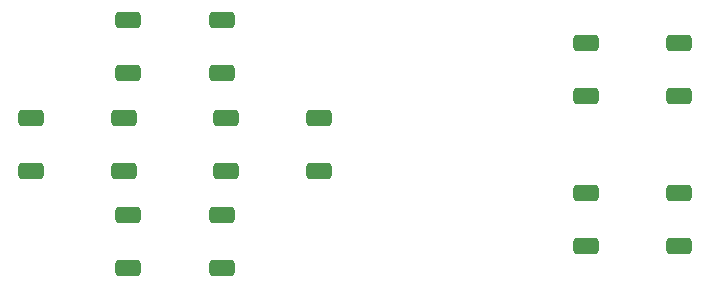
<source format=gtp>
G04*
G04 #@! TF.GenerationSoftware,Altium Limited,Altium Designer,19.1.8 (144)*
G04*
G04 Layer_Color=8421504*
%FSLAX24Y24*%
%MOIN*%
G70*
G01*
G75*
G04:AMPARAMS|DCode=14|XSize=86.6mil|YSize=55.1mil|CornerRadius=13.8mil|HoleSize=0mil|Usage=FLASHONLY|Rotation=180.000|XOffset=0mil|YOffset=0mil|HoleType=Round|Shape=RoundedRectangle|*
%AMROUNDEDRECTD14*
21,1,0.0866,0.0276,0,0,180.0*
21,1,0.0591,0.0551,0,0,180.0*
1,1,0.0276,-0.0295,0.0138*
1,1,0.0276,0.0295,0.0138*
1,1,0.0276,0.0295,-0.0138*
1,1,0.0276,-0.0295,-0.0138*
%
%ADD14ROUNDEDRECTD14*%
D14*
X5315Y7886D02*
D03*
Y6114D02*
D03*
X2185D02*
D03*
Y7886D02*
D03*
X20685Y5386D02*
D03*
Y3614D02*
D03*
X23815D02*
D03*
Y5386D02*
D03*
X20685Y10386D02*
D03*
Y8614D02*
D03*
X23815D02*
D03*
Y10386D02*
D03*
X11815Y7886D02*
D03*
Y6114D02*
D03*
X8685D02*
D03*
Y7886D02*
D03*
X8565Y4636D02*
D03*
Y2864D02*
D03*
X5435D02*
D03*
Y4636D02*
D03*
X8565Y11136D02*
D03*
Y9364D02*
D03*
X5435D02*
D03*
Y11136D02*
D03*
M02*

</source>
